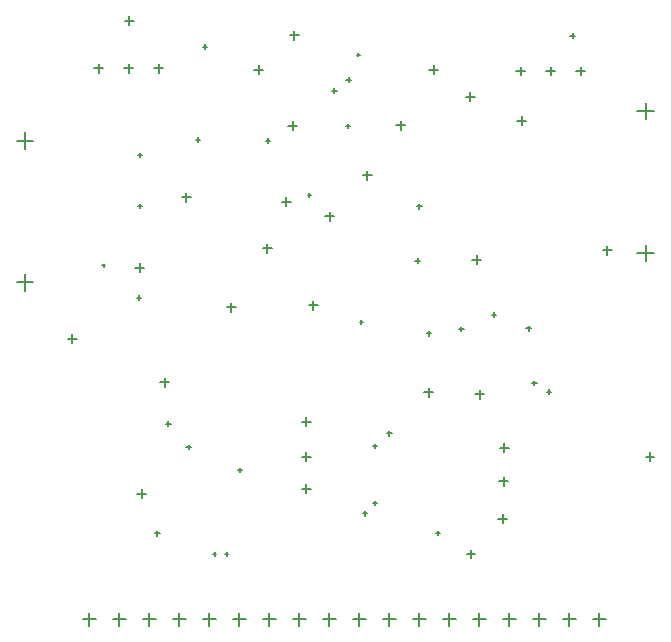
<source format=gbr>
%TF.GenerationSoftware,Altium Limited,Altium Designer,24.3.1 (35)*%
G04 Layer_Color=128*
%FSLAX43Y43*%
%MOMM*%
%TF.SameCoordinates,9DAA59CA-406A-4E62-98C5-13318CB5E6F2*%
%TF.FilePolarity,Positive*%
%TF.FileFunction,Drillmap*%
%TF.Part,Single*%
G01*
G75*
%TA.AperFunction,NonConductor*%
%ADD80C,0.127*%
D80*
X54545Y45446D02*
X55945D01*
X55245Y44746D02*
Y46146D01*
X54545Y33446D02*
X55945D01*
X55245Y32746D02*
Y34146D01*
X31293Y40030D02*
X32055D01*
X31674Y39649D02*
Y40411D01*
X1992Y30957D02*
X3392D01*
X2692Y30257D02*
Y31657D01*
X1992Y42957D02*
X3392D01*
X2692Y42257D02*
Y43657D01*
X44348Y44628D02*
X45110D01*
X44729Y44247D02*
Y45009D01*
X11151Y53111D02*
X11913D01*
X11532Y52730D02*
Y53492D01*
X49353Y48844D02*
X50103D01*
X49728Y48469D02*
Y49219D01*
X46813Y48844D02*
X47563D01*
X47188Y48469D02*
Y49219D01*
X44273Y48844D02*
X45023D01*
X44648Y48469D02*
Y49219D01*
X13641Y49073D02*
X14391D01*
X14016Y48698D02*
Y49448D01*
X11101Y49073D02*
X11851D01*
X11476Y48698D02*
Y49448D01*
X8561Y49073D02*
X9311D01*
X8936Y48698D02*
Y49448D01*
X14148Y22479D02*
X14910D01*
X14529Y22098D02*
Y22860D01*
X12192Y13056D02*
X12954D01*
X12573Y12675D02*
Y13437D01*
X42750Y10922D02*
X43512D01*
X43131Y10541D02*
Y11303D01*
X26119Y16205D02*
X26881D01*
X26500Y15824D02*
Y16586D01*
X42880Y16967D02*
X43642D01*
X43261Y16586D02*
Y17348D01*
X51587Y33655D02*
X52349D01*
X51968Y33274D02*
Y34036D01*
X42855Y14097D02*
X43617D01*
X43236Y13716D02*
Y14478D01*
X40818Y21468D02*
X41580D01*
X41199Y21087D02*
Y21849D01*
X36509Y21637D02*
X37271D01*
X36890Y21256D02*
Y22018D01*
X26119Y13462D02*
X26881D01*
X26500Y13081D02*
Y13843D01*
X26119Y19152D02*
X26881D01*
X26500Y18771D02*
Y19533D01*
X24967Y44221D02*
X25729D01*
X25348Y43840D02*
Y44602D01*
X25089Y51873D02*
X25851D01*
X25470Y51492D02*
Y52254D01*
X22098Y48946D02*
X22860D01*
X22479Y48565D02*
Y49327D01*
X34138Y44272D02*
X34900D01*
X34519Y43891D02*
Y44653D01*
X36906Y48946D02*
X37668D01*
X37287Y48565D02*
Y49327D01*
X40005Y46660D02*
X40767D01*
X40386Y46279D02*
Y47041D01*
X40564Y32868D02*
X41326D01*
X40945Y32487D02*
Y33249D01*
X26695Y29032D02*
X27457D01*
X27076Y28651D02*
Y29413D01*
X19787Y28854D02*
X20549D01*
X20168Y28473D02*
Y29235D01*
X28118Y36551D02*
X28880D01*
X28499Y36170D02*
Y36932D01*
X24435Y37795D02*
X25197D01*
X24816Y37414D02*
Y38176D01*
X22809Y33858D02*
X23571D01*
X23190Y33477D02*
Y34239D01*
X15977Y38176D02*
X16739D01*
X16358Y37795D02*
Y38557D01*
X12040Y32188D02*
X12802D01*
X12421Y31807D02*
Y32569D01*
X15198Y2413D02*
X16298D01*
X15748Y1863D02*
Y2963D01*
X17738Y2413D02*
X18838D01*
X18288Y1863D02*
Y2963D01*
X20278Y2413D02*
X21378D01*
X20828Y1863D02*
Y2963D01*
X22818Y2413D02*
X23918D01*
X23368Y1863D02*
Y2963D01*
X25358Y2413D02*
X26458D01*
X25908Y1863D02*
Y2963D01*
X27898Y2413D02*
X28998D01*
X28448Y1863D02*
Y2963D01*
X30438Y2413D02*
X31538D01*
X30988Y1863D02*
Y2963D01*
X32978Y2413D02*
X34078D01*
X33528Y1863D02*
Y2963D01*
X35518Y2413D02*
X36618D01*
X36068Y1863D02*
Y2963D01*
X45678Y2413D02*
X46778D01*
X46228Y1863D02*
Y2963D01*
X50758Y2413D02*
X51858D01*
X51308Y1863D02*
Y2963D01*
X48218Y2413D02*
X49318D01*
X48768Y1863D02*
Y2963D01*
X43138Y2413D02*
X44238D01*
X43688Y1863D02*
Y2963D01*
X40598Y2413D02*
X41698D01*
X41148Y1863D02*
Y2963D01*
X38058Y2413D02*
X39158D01*
X38608Y1863D02*
Y2963D01*
X12658Y2413D02*
X13758D01*
X13208Y1863D02*
Y2963D01*
X10118Y2413D02*
X11218D01*
X10668Y1863D02*
Y2963D01*
X7578Y2413D02*
X8678D01*
X8128Y1863D02*
Y2963D01*
X30762Y50241D02*
X31062D01*
X30912Y50091D02*
Y50391D01*
X31016Y27610D02*
X31316D01*
X31166Y27460D02*
Y27760D01*
X26622Y38329D02*
X26922D01*
X26772Y38179D02*
Y38479D01*
X29873Y44196D02*
X30173D01*
X30023Y44046D02*
Y44346D01*
X48873Y51841D02*
X49273D01*
X49073Y51641D02*
Y52041D01*
X55270Y16205D02*
X55982D01*
X55626Y15850D02*
Y16561D01*
X17148Y43028D02*
X17548D01*
X17348Y42828D02*
Y43228D01*
X12296Y41732D02*
X12596D01*
X12446Y41582D02*
Y41882D01*
X28676Y47193D02*
X29076D01*
X28876Y46993D02*
Y47393D01*
X29899Y48108D02*
X30299D01*
X30099Y47908D02*
Y48308D01*
X17732Y50902D02*
X18132D01*
X17932Y50702D02*
Y51102D01*
X23066Y42951D02*
X23466D01*
X23266Y42751D02*
Y43151D01*
X6350Y26187D02*
X7061D01*
X6706Y25832D02*
Y26543D01*
X37518Y9728D02*
X37818D01*
X37668Y9578D02*
Y9878D01*
X32184Y12294D02*
X32484D01*
X32334Y12144D02*
Y12444D01*
X19611Y7976D02*
X19911D01*
X19761Y7826D02*
Y8126D01*
X18595Y7976D02*
X18895D01*
X18745Y7826D02*
Y8126D01*
X12271Y37440D02*
X12571D01*
X12421Y37290D02*
Y37590D01*
X9197Y32385D02*
X9497D01*
X9347Y32235D02*
Y32535D01*
X45145Y27073D02*
X45545D01*
X45345Y26873D02*
Y27273D01*
X46855Y21692D02*
X47255D01*
X47055Y21492D02*
Y21892D01*
X12144Y29642D02*
X12544D01*
X12344Y29442D02*
Y29842D01*
X45622Y22428D02*
X46022D01*
X45822Y22228D02*
Y22628D01*
X31271Y11405D02*
X31671D01*
X31471Y11205D02*
Y11605D01*
X33328Y18161D02*
X33728D01*
X33528Y17961D02*
Y18361D01*
X13694Y9703D02*
X14094D01*
X13894Y9503D02*
Y9903D01*
X40107Y7950D02*
X40818D01*
X40462Y7595D02*
Y8306D01*
X42193Y28219D02*
X42593D01*
X42393Y28019D02*
Y28419D01*
X39421Y26997D02*
X39821D01*
X39621Y26797D02*
Y27197D01*
X20704Y15062D02*
X21104D01*
X20904Y14862D02*
Y15262D01*
X32134Y17094D02*
X32534D01*
X32334Y16894D02*
Y17294D01*
X14634Y18974D02*
X15034D01*
X14834Y18774D02*
Y19174D01*
X16335Y17018D02*
X16735D01*
X16535Y16818D02*
Y17218D01*
X36706Y26633D02*
X37106D01*
X36906Y26433D02*
Y26833D01*
X35868Y37389D02*
X36268D01*
X36068Y37189D02*
Y37589D01*
X35752Y32801D02*
X36152D01*
X35952Y32601D02*
Y33001D01*
%TF.MD5,c69da9878be785e26da25c2c4f8bf37b*%
M02*

</source>
